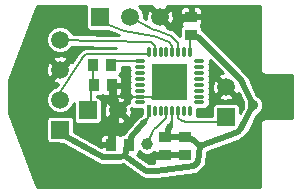
<source format=gtl>
G04 (created by PCBNEW (2013-07-07 BZR 4022)-stable) date 15/12/2014 22:10:53*
%MOIN*%
G04 Gerber Fmt 3.4, Leading zero omitted, Abs format*
%FSLAX34Y34*%
G01*
G70*
G90*
G04 APERTURE LIST*
%ADD10C,0.00590551*%
%ADD11C,0.0394*%
%ADD12R,0.035X0.04*%
%ADD13R,0.011811X0.0393701*%
%ADD14O,0.011811X0.0393701*%
%ADD15O,0.0393701X0.011811*%
%ADD16R,0.0393701X0.0393701*%
%ADD17R,0.0590551X0.0590551*%
%ADD18C,0.0590551*%
%ADD19R,0.04X0.035*%
%ADD20C,0.0354331*%
%ADD21C,0.019685*%
%ADD22C,0.00787402*%
%ADD23C,0.01*%
G04 APERTURE END LIST*
G54D10*
G54D11*
X45302Y-25586D03*
G54D12*
X44109Y-22935D03*
X43509Y-22935D03*
G54D13*
X45358Y-24492D03*
G54D14*
X45555Y-24492D03*
X45751Y-24492D03*
X45948Y-24492D03*
X46145Y-24492D03*
X46342Y-24492D03*
X46539Y-24492D03*
X46736Y-24492D03*
G54D15*
X47031Y-24197D03*
X47031Y-24000D03*
X47031Y-23803D03*
X47031Y-23606D03*
X47031Y-23409D03*
X47031Y-23212D03*
X47031Y-23015D03*
X47031Y-22819D03*
G54D14*
X46736Y-22523D03*
X46539Y-22523D03*
X46342Y-22523D03*
X46145Y-22523D03*
X45948Y-22523D03*
X45751Y-22523D03*
X45555Y-22523D03*
X45358Y-22523D03*
G54D15*
X45062Y-22819D03*
X45062Y-23015D03*
X45062Y-23212D03*
X45062Y-23409D03*
X45062Y-23606D03*
X45062Y-23803D03*
X45062Y-24000D03*
X45062Y-24197D03*
G54D16*
X46047Y-23508D03*
X46440Y-23508D03*
X45653Y-23508D03*
X45653Y-23114D03*
X46047Y-23114D03*
X46440Y-23114D03*
X45653Y-23901D03*
X46047Y-23901D03*
X46440Y-23901D03*
G54D12*
X43517Y-23628D03*
X44117Y-23628D03*
G54D17*
X42400Y-25100D03*
G54D18*
X42400Y-24100D03*
X42400Y-23100D03*
X42400Y-22100D03*
G54D17*
X43724Y-21349D03*
G54D18*
X44724Y-21349D03*
X45724Y-21349D03*
G54D17*
X47933Y-24673D03*
G54D18*
X47933Y-23673D03*
G54D19*
X45885Y-25333D03*
X45885Y-25933D03*
X46771Y-21934D03*
X46771Y-21334D03*
G54D12*
X44688Y-25605D03*
X44088Y-25605D03*
G54D19*
X46568Y-25333D03*
X46568Y-25933D03*
G54D17*
X43321Y-24463D03*
G54D18*
X44321Y-24463D03*
G54D20*
X48832Y-24284D03*
X46215Y-21637D03*
X45428Y-26082D03*
G54D21*
X44765Y-25364D02*
X45206Y-24848D01*
X44765Y-25405D02*
X44765Y-25364D01*
X44765Y-25503D02*
X44765Y-25405D01*
X44688Y-25605D02*
X44765Y-25503D01*
X44353Y-26021D02*
X44576Y-25982D01*
X44173Y-26021D02*
X44353Y-26021D01*
X43823Y-26021D02*
X44173Y-26021D01*
X42568Y-25313D02*
X43823Y-26021D01*
X42527Y-25313D02*
X42568Y-25313D01*
X42429Y-25313D02*
X42527Y-25313D01*
X42232Y-25116D02*
X42429Y-25313D01*
X44611Y-25706D02*
X44688Y-25605D01*
X44611Y-25805D02*
X44611Y-25706D01*
X44611Y-25845D02*
X44611Y-25805D01*
X44576Y-25982D02*
X44611Y-25845D01*
G54D22*
X45338Y-24705D02*
X45206Y-24848D01*
X45338Y-24689D02*
X45338Y-24705D01*
X45338Y-24649D02*
X45338Y-24689D01*
X45358Y-24492D02*
X45338Y-24649D01*
G54D21*
X46873Y-22011D02*
X46771Y-21934D01*
X46971Y-22011D02*
X46873Y-22011D01*
X47012Y-22011D02*
X46971Y-22011D01*
X47070Y-22069D02*
X47012Y-22011D01*
X48443Y-23458D02*
X47070Y-22069D01*
X48832Y-24284D02*
X48443Y-23458D01*
X48318Y-25185D02*
X47061Y-25647D01*
X48445Y-25058D02*
X48318Y-25185D01*
X48832Y-24284D02*
X48445Y-25058D01*
G54D22*
X46736Y-22385D02*
X46736Y-22523D01*
X46736Y-22109D02*
X46736Y-22385D01*
X46736Y-22070D02*
X46736Y-22109D01*
X46771Y-21934D02*
X46736Y-22070D01*
G54D21*
X45265Y-26475D02*
X44576Y-25982D01*
X45591Y-26475D02*
X45265Y-26475D01*
X46858Y-26324D02*
X45591Y-26475D01*
X46985Y-26197D02*
X46858Y-26324D01*
X47061Y-25647D02*
X46985Y-26197D01*
X46670Y-25409D02*
X46568Y-25333D01*
X46768Y-25409D02*
X46670Y-25409D01*
X46809Y-25409D02*
X46768Y-25409D01*
X47061Y-25647D02*
X46809Y-25409D01*
X45986Y-25333D02*
X45885Y-25333D01*
X46085Y-25333D02*
X45986Y-25333D01*
X46368Y-25333D02*
X46085Y-25333D01*
X46466Y-25333D02*
X46368Y-25333D01*
X46568Y-25333D02*
X46466Y-25333D01*
X45986Y-25117D02*
X46071Y-24980D01*
X45986Y-25158D02*
X45986Y-25117D01*
X45986Y-25256D02*
X45986Y-25158D01*
X45885Y-25333D02*
X45986Y-25256D01*
G54D22*
X46145Y-24793D02*
X46071Y-24980D01*
X46145Y-24630D02*
X46145Y-24793D01*
X46145Y-24492D02*
X46145Y-24630D01*
X45302Y-24744D02*
X45263Y-24867D01*
X45302Y-24744D02*
X45183Y-24794D01*
X46123Y-24849D02*
X46130Y-24977D01*
X46123Y-24849D02*
X46030Y-24938D01*
X43980Y-21605D02*
X43724Y-21349D01*
X44019Y-21605D02*
X43980Y-21605D01*
X44035Y-21605D02*
X44019Y-21605D01*
X44536Y-21802D02*
X44035Y-21605D01*
X45491Y-21985D02*
X44536Y-21802D01*
X45523Y-21985D02*
X45491Y-21985D01*
X46030Y-22189D02*
X45523Y-21985D01*
X46145Y-22304D02*
X46030Y-22189D01*
X46145Y-22385D02*
X46145Y-22304D01*
X46145Y-22523D02*
X46145Y-22385D01*
X45358Y-22577D02*
X45358Y-22523D01*
X43269Y-22577D02*
X45358Y-22577D01*
X43176Y-22669D02*
X43269Y-22577D01*
X42232Y-24116D02*
X43176Y-22669D01*
X45555Y-22385D02*
X45555Y-22523D01*
X45555Y-22304D02*
X45555Y-22385D01*
X45439Y-22189D02*
X45555Y-22304D01*
X42232Y-22116D02*
X45439Y-22189D01*
X45539Y-21795D02*
X44724Y-21349D01*
X45582Y-21795D02*
X45539Y-21795D01*
X46111Y-21992D02*
X45582Y-21795D01*
X46342Y-22222D02*
X46111Y-21992D01*
X46342Y-22385D02*
X46342Y-22222D01*
X46342Y-22523D02*
X46342Y-22385D01*
G54D21*
X44194Y-23729D02*
X44117Y-23628D01*
X44194Y-23828D02*
X44194Y-23729D01*
X44194Y-23868D02*
X44194Y-23828D01*
X44321Y-24463D02*
X44194Y-23868D01*
X44165Y-25364D02*
X44321Y-24463D01*
X44165Y-25405D02*
X44165Y-25364D01*
X44165Y-25503D02*
X44165Y-25405D01*
X44088Y-25605D02*
X44165Y-25503D01*
X46670Y-21411D02*
X46771Y-21334D01*
X46571Y-21411D02*
X46670Y-21411D01*
X46530Y-21411D02*
X46571Y-21411D01*
X46215Y-21637D02*
X46530Y-21411D01*
X46466Y-25933D02*
X46568Y-25933D01*
X46368Y-25933D02*
X46466Y-25933D01*
X46085Y-25933D02*
X46368Y-25933D01*
X45986Y-25933D02*
X46085Y-25933D01*
X45885Y-25933D02*
X45986Y-25933D01*
X45783Y-26009D02*
X45885Y-25933D01*
X45685Y-26009D02*
X45783Y-26009D01*
X45644Y-26009D02*
X45685Y-26009D01*
X45428Y-26082D02*
X45644Y-26009D01*
G54D22*
X44843Y-24000D02*
X44321Y-24463D01*
X44925Y-24000D02*
X44843Y-24000D01*
X45062Y-24000D02*
X44925Y-24000D01*
X45466Y-24038D02*
X45653Y-23901D01*
X45456Y-24000D02*
X45466Y-24038D01*
X45200Y-24000D02*
X45456Y-24000D01*
X45062Y-24000D02*
X45200Y-24000D01*
X47677Y-24846D02*
X47933Y-24673D01*
X47638Y-24846D02*
X47677Y-24846D01*
X46646Y-24846D02*
X47638Y-24846D01*
X46457Y-24826D02*
X46646Y-24846D01*
X46342Y-24711D02*
X46457Y-24826D01*
X46342Y-24630D02*
X46342Y-24711D01*
X46342Y-24492D02*
X46342Y-24630D01*
X44925Y-22819D02*
X45062Y-22819D01*
X44284Y-22819D02*
X44925Y-22819D01*
X44245Y-22819D02*
X44284Y-22819D01*
X44109Y-22935D02*
X44245Y-22819D01*
X43419Y-23788D02*
X43517Y-23628D01*
X43419Y-23828D02*
X43419Y-23788D01*
X43419Y-24167D02*
X43419Y-23828D01*
X43419Y-24207D02*
X43419Y-24167D01*
X43321Y-24463D02*
X43419Y-24207D01*
X43513Y-23467D02*
X43517Y-23628D01*
X43513Y-23428D02*
X43513Y-23467D01*
X43513Y-23135D02*
X43513Y-23428D01*
X43513Y-23095D02*
X43513Y-23135D01*
X43509Y-22935D02*
X43513Y-23095D01*
X45948Y-24630D02*
X45948Y-24492D01*
X45941Y-24708D02*
X45948Y-24630D01*
X45830Y-24819D02*
X45941Y-24708D01*
X45619Y-25000D02*
X45830Y-24819D01*
X45527Y-25092D02*
X45619Y-25000D01*
X45302Y-25586D02*
X45527Y-25092D01*
G54D10*
G36*
X45131Y-24591D02*
X45103Y-24603D01*
X45095Y-24608D01*
X45086Y-24611D01*
X45052Y-24637D01*
X45036Y-24648D01*
X45034Y-24652D01*
X45004Y-24675D01*
X44589Y-25159D01*
X44589Y-24799D01*
X44321Y-24531D01*
X44252Y-24600D01*
X44252Y-24463D01*
X43984Y-24194D01*
X43912Y-24226D01*
X43853Y-24400D01*
X43864Y-24584D01*
X43912Y-24700D01*
X43984Y-24731D01*
X44252Y-24463D01*
X44252Y-24600D01*
X44053Y-24799D01*
X44084Y-24871D01*
X44258Y-24931D01*
X44442Y-24919D01*
X44558Y-24871D01*
X44589Y-24799D01*
X44589Y-25159D01*
X44562Y-25190D01*
X44542Y-25227D01*
X44535Y-25236D01*
X44480Y-25236D01*
X44418Y-25262D01*
X44388Y-25292D01*
X44358Y-25262D01*
X44296Y-25236D01*
X44178Y-25237D01*
X44136Y-25279D01*
X44136Y-25556D01*
X44144Y-25556D01*
X44144Y-25653D01*
X44136Y-25653D01*
X44136Y-25661D01*
X44040Y-25661D01*
X44040Y-25653D01*
X44040Y-25556D01*
X44040Y-25279D01*
X43998Y-25237D01*
X43880Y-25236D01*
X43818Y-25262D01*
X43771Y-25309D01*
X43745Y-25371D01*
X43745Y-25438D01*
X43745Y-25514D01*
X43787Y-25556D01*
X44040Y-25556D01*
X44040Y-25653D01*
X43787Y-25653D01*
X43761Y-25679D01*
X42863Y-25173D01*
X42863Y-24804D01*
X42883Y-24853D01*
X42930Y-24900D01*
X42992Y-24926D01*
X43059Y-24926D01*
X43649Y-24926D01*
X43711Y-24901D01*
X43759Y-24853D01*
X43784Y-24792D01*
X43784Y-24725D01*
X43784Y-24134D01*
X43759Y-24072D01*
X43712Y-24025D01*
X43650Y-23999D01*
X43626Y-23999D01*
X43626Y-23996D01*
X43725Y-23996D01*
X43787Y-23970D01*
X43817Y-23940D01*
X43847Y-23970D01*
X43909Y-23996D01*
X44027Y-23996D01*
X44069Y-23954D01*
X44069Y-23676D01*
X44061Y-23676D01*
X44061Y-23579D01*
X44069Y-23579D01*
X44069Y-23571D01*
X44165Y-23571D01*
X44165Y-23579D01*
X44418Y-23579D01*
X44460Y-23537D01*
X44460Y-23461D01*
X44460Y-23394D01*
X44434Y-23332D01*
X44387Y-23285D01*
X44374Y-23279D01*
X44379Y-23277D01*
X44426Y-23230D01*
X44452Y-23168D01*
X44452Y-23101D01*
X44452Y-23026D01*
X44692Y-23026D01*
X44708Y-23102D01*
X44715Y-23114D01*
X44708Y-23125D01*
X44690Y-23212D01*
X44708Y-23299D01*
X44715Y-23311D01*
X44708Y-23322D01*
X44690Y-23409D01*
X44708Y-23496D01*
X44715Y-23508D01*
X44708Y-23519D01*
X44690Y-23606D01*
X44708Y-23693D01*
X44715Y-23704D01*
X44708Y-23716D01*
X44690Y-23803D01*
X44708Y-23890D01*
X44718Y-23905D01*
X44707Y-23935D01*
X44742Y-23970D01*
X44767Y-23970D01*
X44811Y-24000D01*
X44767Y-24029D01*
X44742Y-24029D01*
X44707Y-24064D01*
X44718Y-24094D01*
X44708Y-24110D01*
X44690Y-24197D01*
X44693Y-24210D01*
X44658Y-24194D01*
X44589Y-24263D01*
X44589Y-24126D01*
X44558Y-24054D01*
X44460Y-24021D01*
X44460Y-23794D01*
X44460Y-23718D01*
X44418Y-23676D01*
X44165Y-23676D01*
X44165Y-23954D01*
X44207Y-23996D01*
X44325Y-23996D01*
X44387Y-23970D01*
X44434Y-23923D01*
X44460Y-23861D01*
X44460Y-23794D01*
X44460Y-24021D01*
X44384Y-23994D01*
X44200Y-24006D01*
X44084Y-24054D01*
X44053Y-24126D01*
X44321Y-24394D01*
X44589Y-24126D01*
X44589Y-24263D01*
X44389Y-24463D01*
X44658Y-24731D01*
X44730Y-24700D01*
X44789Y-24525D01*
X44779Y-24372D01*
X44831Y-24406D01*
X44918Y-24424D01*
X45131Y-24424D01*
X45131Y-24591D01*
X45131Y-24591D01*
G37*
G54D23*
X45131Y-24591D02*
X45103Y-24603D01*
X45095Y-24608D01*
X45086Y-24611D01*
X45052Y-24637D01*
X45036Y-24648D01*
X45034Y-24652D01*
X45004Y-24675D01*
X44589Y-25159D01*
X44589Y-24799D01*
X44321Y-24531D01*
X44252Y-24600D01*
X44252Y-24463D01*
X43984Y-24194D01*
X43912Y-24226D01*
X43853Y-24400D01*
X43864Y-24584D01*
X43912Y-24700D01*
X43984Y-24731D01*
X44252Y-24463D01*
X44252Y-24600D01*
X44053Y-24799D01*
X44084Y-24871D01*
X44258Y-24931D01*
X44442Y-24919D01*
X44558Y-24871D01*
X44589Y-24799D01*
X44589Y-25159D01*
X44562Y-25190D01*
X44542Y-25227D01*
X44535Y-25236D01*
X44480Y-25236D01*
X44418Y-25262D01*
X44388Y-25292D01*
X44358Y-25262D01*
X44296Y-25236D01*
X44178Y-25237D01*
X44136Y-25279D01*
X44136Y-25556D01*
X44144Y-25556D01*
X44144Y-25653D01*
X44136Y-25653D01*
X44136Y-25661D01*
X44040Y-25661D01*
X44040Y-25653D01*
X44040Y-25556D01*
X44040Y-25279D01*
X43998Y-25237D01*
X43880Y-25236D01*
X43818Y-25262D01*
X43771Y-25309D01*
X43745Y-25371D01*
X43745Y-25438D01*
X43745Y-25514D01*
X43787Y-25556D01*
X44040Y-25556D01*
X44040Y-25653D01*
X43787Y-25653D01*
X43761Y-25679D01*
X42863Y-25173D01*
X42863Y-24804D01*
X42883Y-24853D01*
X42930Y-24900D01*
X42992Y-24926D01*
X43059Y-24926D01*
X43649Y-24926D01*
X43711Y-24901D01*
X43759Y-24853D01*
X43784Y-24792D01*
X43784Y-24725D01*
X43784Y-24134D01*
X43759Y-24072D01*
X43712Y-24025D01*
X43650Y-23999D01*
X43626Y-23999D01*
X43626Y-23996D01*
X43725Y-23996D01*
X43787Y-23970D01*
X43817Y-23940D01*
X43847Y-23970D01*
X43909Y-23996D01*
X44027Y-23996D01*
X44069Y-23954D01*
X44069Y-23676D01*
X44061Y-23676D01*
X44061Y-23579D01*
X44069Y-23579D01*
X44069Y-23571D01*
X44165Y-23571D01*
X44165Y-23579D01*
X44418Y-23579D01*
X44460Y-23537D01*
X44460Y-23461D01*
X44460Y-23394D01*
X44434Y-23332D01*
X44387Y-23285D01*
X44374Y-23279D01*
X44379Y-23277D01*
X44426Y-23230D01*
X44452Y-23168D01*
X44452Y-23101D01*
X44452Y-23026D01*
X44692Y-23026D01*
X44708Y-23102D01*
X44715Y-23114D01*
X44708Y-23125D01*
X44690Y-23212D01*
X44708Y-23299D01*
X44715Y-23311D01*
X44708Y-23322D01*
X44690Y-23409D01*
X44708Y-23496D01*
X44715Y-23508D01*
X44708Y-23519D01*
X44690Y-23606D01*
X44708Y-23693D01*
X44715Y-23704D01*
X44708Y-23716D01*
X44690Y-23803D01*
X44708Y-23890D01*
X44718Y-23905D01*
X44707Y-23935D01*
X44742Y-23970D01*
X44767Y-23970D01*
X44811Y-24000D01*
X44767Y-24029D01*
X44742Y-24029D01*
X44707Y-24064D01*
X44718Y-24094D01*
X44708Y-24110D01*
X44690Y-24197D01*
X44693Y-24210D01*
X44658Y-24194D01*
X44589Y-24263D01*
X44589Y-24126D01*
X44558Y-24054D01*
X44460Y-24021D01*
X44460Y-23794D01*
X44460Y-23718D01*
X44418Y-23676D01*
X44165Y-23676D01*
X44165Y-23954D01*
X44207Y-23996D01*
X44325Y-23996D01*
X44387Y-23970D01*
X44434Y-23923D01*
X44460Y-23861D01*
X44460Y-23794D01*
X44460Y-24021D01*
X44384Y-23994D01*
X44200Y-24006D01*
X44084Y-24054D01*
X44053Y-24126D01*
X44321Y-24394D01*
X44589Y-24126D01*
X44589Y-24263D01*
X44389Y-24463D01*
X44658Y-24731D01*
X44730Y-24700D01*
X44789Y-24525D01*
X44779Y-24372D01*
X44831Y-24406D01*
X44918Y-24424D01*
X45131Y-24424D01*
X45131Y-24591D01*
G54D10*
G36*
X46497Y-23950D02*
X46489Y-23950D01*
X46489Y-23958D01*
X46412Y-23958D01*
X46412Y-23738D01*
X46412Y-23704D01*
X46412Y-23671D01*
X46412Y-23344D01*
X46412Y-23311D01*
X46412Y-23277D01*
X46412Y-23204D01*
X46392Y-23185D01*
X46392Y-23162D01*
X46370Y-23162D01*
X46350Y-23143D01*
X46277Y-23143D01*
X46277Y-23143D01*
X46244Y-23143D01*
X46210Y-23143D01*
X46210Y-23143D01*
X46137Y-23143D01*
X46118Y-23162D01*
X46095Y-23162D01*
X46095Y-23185D01*
X46075Y-23204D01*
X46075Y-23277D01*
X46075Y-23311D01*
X46075Y-23344D01*
X46075Y-23417D01*
X46095Y-23437D01*
X46095Y-23459D01*
X46118Y-23459D01*
X46137Y-23479D01*
X46210Y-23479D01*
X46210Y-23479D01*
X46244Y-23479D01*
X46277Y-23479D01*
X46277Y-23479D01*
X46350Y-23479D01*
X46370Y-23459D01*
X46392Y-23459D01*
X46392Y-23437D01*
X46412Y-23417D01*
X46412Y-23344D01*
X46412Y-23671D01*
X46412Y-23598D01*
X46392Y-23578D01*
X46392Y-23556D01*
X46370Y-23556D01*
X46350Y-23536D01*
X46277Y-23536D01*
X46277Y-23536D01*
X46244Y-23536D01*
X46210Y-23536D01*
X46210Y-23536D01*
X46137Y-23536D01*
X46118Y-23556D01*
X46095Y-23556D01*
X46095Y-23578D01*
X46075Y-23598D01*
X46075Y-23671D01*
X46075Y-23704D01*
X46075Y-23738D01*
X46075Y-23811D01*
X46095Y-23830D01*
X46095Y-23853D01*
X46118Y-23853D01*
X46137Y-23872D01*
X46210Y-23873D01*
X46210Y-23873D01*
X46244Y-23873D01*
X46277Y-23873D01*
X46277Y-23873D01*
X46350Y-23872D01*
X46370Y-23853D01*
X46392Y-23853D01*
X46392Y-23830D01*
X46412Y-23811D01*
X46412Y-23738D01*
X46412Y-23958D01*
X46392Y-23958D01*
X46392Y-23950D01*
X46370Y-23950D01*
X46118Y-23950D01*
X46095Y-23950D01*
X46095Y-23958D01*
X46018Y-23958D01*
X46018Y-23738D01*
X46018Y-23704D01*
X46018Y-23671D01*
X46018Y-23344D01*
X46018Y-23311D01*
X46018Y-23277D01*
X46018Y-23204D01*
X45998Y-23185D01*
X45998Y-23162D01*
X45976Y-23162D01*
X45956Y-23143D01*
X45883Y-23143D01*
X45883Y-23143D01*
X45850Y-23143D01*
X45817Y-23143D01*
X45817Y-23143D01*
X45743Y-23143D01*
X45724Y-23162D01*
X45701Y-23162D01*
X45701Y-23185D01*
X45682Y-23204D01*
X45682Y-23277D01*
X45682Y-23311D01*
X45682Y-23344D01*
X45682Y-23417D01*
X45701Y-23437D01*
X45701Y-23459D01*
X45724Y-23459D01*
X45743Y-23479D01*
X45817Y-23479D01*
X45817Y-23479D01*
X45850Y-23479D01*
X45883Y-23479D01*
X45883Y-23479D01*
X45956Y-23479D01*
X45976Y-23459D01*
X45998Y-23459D01*
X45998Y-23437D01*
X46018Y-23417D01*
X46018Y-23344D01*
X46018Y-23671D01*
X46018Y-23598D01*
X45998Y-23578D01*
X45998Y-23556D01*
X45976Y-23556D01*
X45956Y-23536D01*
X45883Y-23536D01*
X45883Y-23536D01*
X45850Y-23536D01*
X45817Y-23536D01*
X45817Y-23536D01*
X45743Y-23536D01*
X45724Y-23556D01*
X45701Y-23556D01*
X45701Y-23578D01*
X45682Y-23598D01*
X45682Y-23671D01*
X45682Y-23704D01*
X45682Y-23738D01*
X45682Y-23811D01*
X45701Y-23830D01*
X45701Y-23853D01*
X45724Y-23853D01*
X45743Y-23872D01*
X45817Y-23873D01*
X45817Y-23873D01*
X45850Y-23873D01*
X45883Y-23873D01*
X45883Y-23873D01*
X45956Y-23872D01*
X45976Y-23853D01*
X45998Y-23853D01*
X45998Y-23830D01*
X46018Y-23811D01*
X46018Y-23738D01*
X46018Y-23958D01*
X45998Y-23958D01*
X45998Y-23950D01*
X45976Y-23950D01*
X45724Y-23950D01*
X45701Y-23950D01*
X45701Y-23958D01*
X45605Y-23958D01*
X45605Y-23950D01*
X45597Y-23950D01*
X45597Y-23853D01*
X45605Y-23853D01*
X45605Y-23830D01*
X45605Y-23578D01*
X45605Y-23556D01*
X45597Y-23556D01*
X45597Y-23459D01*
X45605Y-23459D01*
X45605Y-23437D01*
X45605Y-23185D01*
X45605Y-23162D01*
X45597Y-23162D01*
X45597Y-23065D01*
X45605Y-23065D01*
X45605Y-23058D01*
X45701Y-23058D01*
X45701Y-23065D01*
X45724Y-23065D01*
X45976Y-23065D01*
X45998Y-23065D01*
X45998Y-23058D01*
X46095Y-23058D01*
X46095Y-23065D01*
X46118Y-23065D01*
X46370Y-23065D01*
X46392Y-23065D01*
X46392Y-23058D01*
X46489Y-23058D01*
X46489Y-23065D01*
X46497Y-23065D01*
X46497Y-23162D01*
X46489Y-23162D01*
X46489Y-23185D01*
X46489Y-23437D01*
X46489Y-23459D01*
X46497Y-23459D01*
X46497Y-23556D01*
X46489Y-23556D01*
X46489Y-23578D01*
X46489Y-23830D01*
X46489Y-23853D01*
X46497Y-23853D01*
X46497Y-23950D01*
X46497Y-23950D01*
G37*
G54D23*
X46497Y-23950D02*
X46489Y-23950D01*
X46489Y-23958D01*
X46412Y-23958D01*
X46412Y-23738D01*
X46412Y-23704D01*
X46412Y-23671D01*
X46412Y-23344D01*
X46412Y-23311D01*
X46412Y-23277D01*
X46412Y-23204D01*
X46392Y-23185D01*
X46392Y-23162D01*
X46370Y-23162D01*
X46350Y-23143D01*
X46277Y-23143D01*
X46277Y-23143D01*
X46244Y-23143D01*
X46210Y-23143D01*
X46210Y-23143D01*
X46137Y-23143D01*
X46118Y-23162D01*
X46095Y-23162D01*
X46095Y-23185D01*
X46075Y-23204D01*
X46075Y-23277D01*
X46075Y-23311D01*
X46075Y-23344D01*
X46075Y-23417D01*
X46095Y-23437D01*
X46095Y-23459D01*
X46118Y-23459D01*
X46137Y-23479D01*
X46210Y-23479D01*
X46210Y-23479D01*
X46244Y-23479D01*
X46277Y-23479D01*
X46277Y-23479D01*
X46350Y-23479D01*
X46370Y-23459D01*
X46392Y-23459D01*
X46392Y-23437D01*
X46412Y-23417D01*
X46412Y-23344D01*
X46412Y-23671D01*
X46412Y-23598D01*
X46392Y-23578D01*
X46392Y-23556D01*
X46370Y-23556D01*
X46350Y-23536D01*
X46277Y-23536D01*
X46277Y-23536D01*
X46244Y-23536D01*
X46210Y-23536D01*
X46210Y-23536D01*
X46137Y-23536D01*
X46118Y-23556D01*
X46095Y-23556D01*
X46095Y-23578D01*
X46075Y-23598D01*
X46075Y-23671D01*
X46075Y-23704D01*
X46075Y-23738D01*
X46075Y-23811D01*
X46095Y-23830D01*
X46095Y-23853D01*
X46118Y-23853D01*
X46137Y-23872D01*
X46210Y-23873D01*
X46210Y-23873D01*
X46244Y-23873D01*
X46277Y-23873D01*
X46277Y-23873D01*
X46350Y-23872D01*
X46370Y-23853D01*
X46392Y-23853D01*
X46392Y-23830D01*
X46412Y-23811D01*
X46412Y-23738D01*
X46412Y-23958D01*
X46392Y-23958D01*
X46392Y-23950D01*
X46370Y-23950D01*
X46118Y-23950D01*
X46095Y-23950D01*
X46095Y-23958D01*
X46018Y-23958D01*
X46018Y-23738D01*
X46018Y-23704D01*
X46018Y-23671D01*
X46018Y-23344D01*
X46018Y-23311D01*
X46018Y-23277D01*
X46018Y-23204D01*
X45998Y-23185D01*
X45998Y-23162D01*
X45976Y-23162D01*
X45956Y-23143D01*
X45883Y-23143D01*
X45883Y-23143D01*
X45850Y-23143D01*
X45817Y-23143D01*
X45817Y-23143D01*
X45743Y-23143D01*
X45724Y-23162D01*
X45701Y-23162D01*
X45701Y-23185D01*
X45682Y-23204D01*
X45682Y-23277D01*
X45682Y-23311D01*
X45682Y-23344D01*
X45682Y-23417D01*
X45701Y-23437D01*
X45701Y-23459D01*
X45724Y-23459D01*
X45743Y-23479D01*
X45817Y-23479D01*
X45817Y-23479D01*
X45850Y-23479D01*
X45883Y-23479D01*
X45883Y-23479D01*
X45956Y-23479D01*
X45976Y-23459D01*
X45998Y-23459D01*
X45998Y-23437D01*
X46018Y-23417D01*
X46018Y-23344D01*
X46018Y-23671D01*
X46018Y-23598D01*
X45998Y-23578D01*
X45998Y-23556D01*
X45976Y-23556D01*
X45956Y-23536D01*
X45883Y-23536D01*
X45883Y-23536D01*
X45850Y-23536D01*
X45817Y-23536D01*
X45817Y-23536D01*
X45743Y-23536D01*
X45724Y-23556D01*
X45701Y-23556D01*
X45701Y-23578D01*
X45682Y-23598D01*
X45682Y-23671D01*
X45682Y-23704D01*
X45682Y-23738D01*
X45682Y-23811D01*
X45701Y-23830D01*
X45701Y-23853D01*
X45724Y-23853D01*
X45743Y-23872D01*
X45817Y-23873D01*
X45817Y-23873D01*
X45850Y-23873D01*
X45883Y-23873D01*
X45883Y-23873D01*
X45956Y-23872D01*
X45976Y-23853D01*
X45998Y-23853D01*
X45998Y-23830D01*
X46018Y-23811D01*
X46018Y-23738D01*
X46018Y-23958D01*
X45998Y-23958D01*
X45998Y-23950D01*
X45976Y-23950D01*
X45724Y-23950D01*
X45701Y-23950D01*
X45701Y-23958D01*
X45605Y-23958D01*
X45605Y-23950D01*
X45597Y-23950D01*
X45597Y-23853D01*
X45605Y-23853D01*
X45605Y-23830D01*
X45605Y-23578D01*
X45605Y-23556D01*
X45597Y-23556D01*
X45597Y-23459D01*
X45605Y-23459D01*
X45605Y-23437D01*
X45605Y-23185D01*
X45605Y-23162D01*
X45597Y-23162D01*
X45597Y-23065D01*
X45605Y-23065D01*
X45605Y-23058D01*
X45701Y-23058D01*
X45701Y-23065D01*
X45724Y-23065D01*
X45976Y-23065D01*
X45998Y-23065D01*
X45998Y-23058D01*
X46095Y-23058D01*
X46095Y-23065D01*
X46118Y-23065D01*
X46370Y-23065D01*
X46392Y-23065D01*
X46392Y-23058D01*
X46489Y-23058D01*
X46489Y-23065D01*
X46497Y-23065D01*
X46497Y-23162D01*
X46489Y-23162D01*
X46489Y-23185D01*
X46489Y-23437D01*
X46489Y-23459D01*
X46497Y-23459D01*
X46497Y-23556D01*
X46489Y-23556D01*
X46489Y-23578D01*
X46489Y-23830D01*
X46489Y-23853D01*
X46497Y-23853D01*
X46497Y-23950D01*
G54D10*
G36*
X46624Y-25981D02*
X46616Y-25981D01*
X46616Y-25989D01*
X46520Y-25989D01*
X46520Y-25981D01*
X46242Y-25981D01*
X46226Y-25997D01*
X46211Y-25981D01*
X45933Y-25981D01*
X45933Y-25989D01*
X45836Y-25989D01*
X45836Y-25981D01*
X45558Y-25981D01*
X45516Y-26023D01*
X45516Y-26141D01*
X45542Y-26203D01*
X45548Y-26209D01*
X45351Y-26209D01*
X44970Y-25936D01*
X45005Y-25900D01*
X45031Y-25838D01*
X45031Y-25831D01*
X45095Y-25895D01*
X45229Y-25951D01*
X45374Y-25951D01*
X45508Y-25895D01*
X45539Y-25865D01*
X45558Y-25884D01*
X45836Y-25884D01*
X45836Y-25876D01*
X45933Y-25876D01*
X45933Y-25884D01*
X46211Y-25884D01*
X46226Y-25869D01*
X46242Y-25884D01*
X46520Y-25884D01*
X46520Y-25876D01*
X46616Y-25876D01*
X46616Y-25884D01*
X46624Y-25884D01*
X46624Y-25981D01*
X46624Y-25981D01*
G37*
G54D23*
X46624Y-25981D02*
X46616Y-25981D01*
X46616Y-25989D01*
X46520Y-25989D01*
X46520Y-25981D01*
X46242Y-25981D01*
X46226Y-25997D01*
X46211Y-25981D01*
X45933Y-25981D01*
X45933Y-25989D01*
X45836Y-25989D01*
X45836Y-25981D01*
X45558Y-25981D01*
X45516Y-26023D01*
X45516Y-26141D01*
X45542Y-26203D01*
X45548Y-26209D01*
X45351Y-26209D01*
X44970Y-25936D01*
X45005Y-25900D01*
X45031Y-25838D01*
X45031Y-25831D01*
X45095Y-25895D01*
X45229Y-25951D01*
X45374Y-25951D01*
X45508Y-25895D01*
X45539Y-25865D01*
X45558Y-25884D01*
X45836Y-25884D01*
X45836Y-25876D01*
X45933Y-25876D01*
X45933Y-25884D01*
X46211Y-25884D01*
X46226Y-25869D01*
X46242Y-25884D01*
X46520Y-25884D01*
X46520Y-25876D01*
X46616Y-25876D01*
X46616Y-25884D01*
X46624Y-25884D01*
X46624Y-25981D01*
G54D10*
G36*
X48495Y-24195D02*
X48486Y-24215D01*
X48486Y-24352D01*
X48492Y-24366D01*
X48397Y-24558D01*
X48397Y-24344D01*
X48371Y-24282D01*
X48324Y-24235D01*
X48262Y-24209D01*
X48202Y-24209D01*
X48202Y-24009D01*
X47933Y-23741D01*
X47865Y-23810D01*
X47865Y-23673D01*
X47597Y-23405D01*
X47525Y-23436D01*
X47465Y-23610D01*
X47477Y-23794D01*
X47525Y-23910D01*
X47597Y-23941D01*
X47865Y-23673D01*
X47865Y-23810D01*
X47665Y-24009D01*
X47696Y-24081D01*
X47871Y-24141D01*
X48055Y-24129D01*
X48170Y-24081D01*
X48202Y-24009D01*
X48202Y-24209D01*
X48195Y-24209D01*
X47605Y-24209D01*
X47543Y-24235D01*
X47496Y-24282D01*
X47470Y-24344D01*
X47470Y-24411D01*
X47470Y-24639D01*
X46962Y-24639D01*
X46963Y-24637D01*
X46963Y-24424D01*
X47176Y-24424D01*
X47263Y-24406D01*
X47337Y-24357D01*
X47386Y-24283D01*
X47403Y-24197D01*
X47386Y-24110D01*
X47378Y-24098D01*
X47386Y-24087D01*
X47403Y-24000D01*
X47386Y-23913D01*
X47378Y-23901D01*
X47386Y-23890D01*
X47403Y-23803D01*
X47386Y-23716D01*
X47378Y-23704D01*
X47386Y-23693D01*
X47403Y-23606D01*
X47386Y-23519D01*
X47378Y-23508D01*
X47386Y-23496D01*
X47403Y-23409D01*
X47386Y-23322D01*
X47378Y-23311D01*
X47386Y-23299D01*
X47403Y-23212D01*
X47386Y-23125D01*
X47378Y-23114D01*
X47386Y-23102D01*
X47403Y-23015D01*
X47386Y-22928D01*
X47378Y-22917D01*
X47386Y-22905D01*
X47403Y-22819D01*
X47395Y-22776D01*
X47829Y-23215D01*
X47812Y-23216D01*
X47696Y-23264D01*
X47665Y-23336D01*
X47933Y-23604D01*
X47939Y-23599D01*
X48007Y-23667D01*
X48002Y-23673D01*
X48270Y-23941D01*
X48342Y-23910D01*
X48350Y-23887D01*
X48495Y-24195D01*
X48495Y-24195D01*
G37*
G54D23*
X48495Y-24195D02*
X48486Y-24215D01*
X48486Y-24352D01*
X48492Y-24366D01*
X48397Y-24558D01*
X48397Y-24344D01*
X48371Y-24282D01*
X48324Y-24235D01*
X48262Y-24209D01*
X48202Y-24209D01*
X48202Y-24009D01*
X47933Y-23741D01*
X47865Y-23810D01*
X47865Y-23673D01*
X47597Y-23405D01*
X47525Y-23436D01*
X47465Y-23610D01*
X47477Y-23794D01*
X47525Y-23910D01*
X47597Y-23941D01*
X47865Y-23673D01*
X47865Y-23810D01*
X47665Y-24009D01*
X47696Y-24081D01*
X47871Y-24141D01*
X48055Y-24129D01*
X48170Y-24081D01*
X48202Y-24009D01*
X48202Y-24209D01*
X48195Y-24209D01*
X47605Y-24209D01*
X47543Y-24235D01*
X47496Y-24282D01*
X47470Y-24344D01*
X47470Y-24411D01*
X47470Y-24639D01*
X46962Y-24639D01*
X46963Y-24637D01*
X46963Y-24424D01*
X47176Y-24424D01*
X47263Y-24406D01*
X47337Y-24357D01*
X47386Y-24283D01*
X47403Y-24197D01*
X47386Y-24110D01*
X47378Y-24098D01*
X47386Y-24087D01*
X47403Y-24000D01*
X47386Y-23913D01*
X47378Y-23901D01*
X47386Y-23890D01*
X47403Y-23803D01*
X47386Y-23716D01*
X47378Y-23704D01*
X47386Y-23693D01*
X47403Y-23606D01*
X47386Y-23519D01*
X47378Y-23508D01*
X47386Y-23496D01*
X47403Y-23409D01*
X47386Y-23322D01*
X47378Y-23311D01*
X47386Y-23299D01*
X47403Y-23212D01*
X47386Y-23125D01*
X47378Y-23114D01*
X47386Y-23102D01*
X47403Y-23015D01*
X47386Y-22928D01*
X47378Y-22917D01*
X47386Y-22905D01*
X47403Y-22819D01*
X47395Y-22776D01*
X47829Y-23215D01*
X47812Y-23216D01*
X47696Y-23264D01*
X47665Y-23336D01*
X47933Y-23604D01*
X47939Y-23599D01*
X48007Y-23667D01*
X48002Y-23673D01*
X48270Y-23941D01*
X48342Y-23910D01*
X48350Y-23887D01*
X48495Y-24195D01*
G54D10*
G36*
X50132Y-24732D02*
X49240Y-24732D01*
X49168Y-24746D01*
X49107Y-24787D01*
X49066Y-24848D01*
X49052Y-24920D01*
X49052Y-27012D01*
X41627Y-27012D01*
X40687Y-24565D01*
X40687Y-23434D01*
X41627Y-20987D01*
X43274Y-20987D01*
X43261Y-21020D01*
X43260Y-21087D01*
X43260Y-21678D01*
X43286Y-21740D01*
X43333Y-21787D01*
X43395Y-21813D01*
X43462Y-21813D01*
X43996Y-21813D01*
X44363Y-21957D01*
X42828Y-21922D01*
X42793Y-21837D01*
X42662Y-21707D01*
X42492Y-21636D01*
X42308Y-21636D01*
X42137Y-21706D01*
X42007Y-21837D01*
X41936Y-22007D01*
X41936Y-22191D01*
X42006Y-22362D01*
X42137Y-22492D01*
X42307Y-22563D01*
X42491Y-22563D01*
X42662Y-22493D01*
X42792Y-22362D01*
X42803Y-22337D01*
X44252Y-22370D01*
X43269Y-22370D01*
X43189Y-22385D01*
X43167Y-22400D01*
X43122Y-22430D01*
X43030Y-22523D01*
X43021Y-22536D01*
X43002Y-22555D01*
X42803Y-22860D01*
X42736Y-22831D01*
X42668Y-22900D01*
X42668Y-22763D01*
X42637Y-22691D01*
X42462Y-22631D01*
X42278Y-22643D01*
X42162Y-22691D01*
X42131Y-22763D01*
X42400Y-23031D01*
X42668Y-22763D01*
X42668Y-22900D01*
X42468Y-23100D01*
X42474Y-23105D01*
X42405Y-23174D01*
X42400Y-23168D01*
X42331Y-23236D01*
X42331Y-23100D01*
X42063Y-22831D01*
X41991Y-22862D01*
X41931Y-23037D01*
X41943Y-23221D01*
X41991Y-23337D01*
X42063Y-23368D01*
X42331Y-23100D01*
X42331Y-23236D01*
X42131Y-23436D01*
X42162Y-23508D01*
X42337Y-23568D01*
X42342Y-23567D01*
X42293Y-23642D01*
X42137Y-23706D01*
X42007Y-23837D01*
X41936Y-24007D01*
X41936Y-24191D01*
X42006Y-24362D01*
X42137Y-24492D01*
X42307Y-24563D01*
X42491Y-24563D01*
X42662Y-24493D01*
X42792Y-24362D01*
X42858Y-24205D01*
X42858Y-24758D01*
X42837Y-24709D01*
X42790Y-24662D01*
X42728Y-24636D01*
X42661Y-24636D01*
X42071Y-24636D01*
X42009Y-24662D01*
X41962Y-24709D01*
X41936Y-24771D01*
X41936Y-24838D01*
X41936Y-25428D01*
X41962Y-25490D01*
X42009Y-25537D01*
X42071Y-25563D01*
X42138Y-25563D01*
X42345Y-25563D01*
X42345Y-25563D01*
X42429Y-25580D01*
X42429Y-25580D01*
X42498Y-25580D01*
X43693Y-26253D01*
X43706Y-26257D01*
X43721Y-26267D01*
X43762Y-26276D01*
X43792Y-26285D01*
X43805Y-26284D01*
X43823Y-26288D01*
X44173Y-26288D01*
X44353Y-26288D01*
X44376Y-26283D01*
X44399Y-26284D01*
X44512Y-26264D01*
X45110Y-26692D01*
X45135Y-26703D01*
X45163Y-26722D01*
X45187Y-26726D01*
X45205Y-26735D01*
X45233Y-26736D01*
X45265Y-26742D01*
X45591Y-26742D01*
X45607Y-26739D01*
X45623Y-26740D01*
X46889Y-26589D01*
X46926Y-26577D01*
X46960Y-26570D01*
X46972Y-26562D01*
X46988Y-26557D01*
X47017Y-26532D01*
X47046Y-26513D01*
X47173Y-26386D01*
X47192Y-26358D01*
X47214Y-26332D01*
X47221Y-26315D01*
X47231Y-26299D01*
X47237Y-26266D01*
X47249Y-26234D01*
X47303Y-25842D01*
X48410Y-25434D01*
X48414Y-25432D01*
X48420Y-25431D01*
X48469Y-25398D01*
X48499Y-25380D01*
X48501Y-25377D01*
X48507Y-25373D01*
X48634Y-25246D01*
X48657Y-25211D01*
X48684Y-25177D01*
X48971Y-24600D01*
X49027Y-24577D01*
X49124Y-24480D01*
X49177Y-24353D01*
X49177Y-24216D01*
X49124Y-24089D01*
X49027Y-23992D01*
X48979Y-23971D01*
X48691Y-23361D01*
X48691Y-23357D01*
X48687Y-23350D01*
X48684Y-23345D01*
X48674Y-23331D01*
X48633Y-23270D01*
X47259Y-21881D01*
X47258Y-21881D01*
X47258Y-21880D01*
X47200Y-21822D01*
X47139Y-21782D01*
X47139Y-21782D01*
X47139Y-21726D01*
X47114Y-21664D01*
X47084Y-21634D01*
X47114Y-21604D01*
X47139Y-21543D01*
X47139Y-21126D01*
X47114Y-21064D01*
X47067Y-21017D01*
X47005Y-20991D01*
X46938Y-20991D01*
X46862Y-20991D01*
X46820Y-21033D01*
X46820Y-21286D01*
X47097Y-21286D01*
X47139Y-21244D01*
X47139Y-21126D01*
X47139Y-21543D01*
X47139Y-21425D01*
X47097Y-21383D01*
X46820Y-21383D01*
X46820Y-21391D01*
X46723Y-21391D01*
X46723Y-21383D01*
X46723Y-21286D01*
X46723Y-21033D01*
X46681Y-20991D01*
X46604Y-20991D01*
X46538Y-20991D01*
X46476Y-21017D01*
X46429Y-21064D01*
X46403Y-21126D01*
X46403Y-21244D01*
X46445Y-21286D01*
X46723Y-21286D01*
X46723Y-21383D01*
X46445Y-21383D01*
X46403Y-21425D01*
X46403Y-21543D01*
X46429Y-21604D01*
X46458Y-21634D01*
X46429Y-21664D01*
X46403Y-21726D01*
X46403Y-21793D01*
X46403Y-21990D01*
X46258Y-21845D01*
X46254Y-21842D01*
X46252Y-21840D01*
X46231Y-21827D01*
X46192Y-21801D01*
X46192Y-21412D01*
X46181Y-21228D01*
X46133Y-21112D01*
X46061Y-21081D01*
X45792Y-21349D01*
X46061Y-21617D01*
X46133Y-21586D01*
X46192Y-21412D01*
X46192Y-21801D01*
X46191Y-21800D01*
X46186Y-21799D01*
X46184Y-21798D01*
X45977Y-21721D01*
X45992Y-21686D01*
X45724Y-21418D01*
X45718Y-21423D01*
X45650Y-21355D01*
X45655Y-21349D01*
X45387Y-21081D01*
X45315Y-21112D01*
X45256Y-21287D01*
X45263Y-21408D01*
X45187Y-21366D01*
X45187Y-21257D01*
X45117Y-21087D01*
X45017Y-20987D01*
X45467Y-20987D01*
X45456Y-21013D01*
X45724Y-21281D01*
X45992Y-21013D01*
X45981Y-20987D01*
X49052Y-20987D01*
X49052Y-23080D01*
X49066Y-23151D01*
X49107Y-23212D01*
X49168Y-23253D01*
X49240Y-23267D01*
X50132Y-23267D01*
X50132Y-24732D01*
X50132Y-24732D01*
G37*
G54D23*
X50132Y-24732D02*
X49240Y-24732D01*
X49168Y-24746D01*
X49107Y-24787D01*
X49066Y-24848D01*
X49052Y-24920D01*
X49052Y-27012D01*
X41627Y-27012D01*
X40687Y-24565D01*
X40687Y-23434D01*
X41627Y-20987D01*
X43274Y-20987D01*
X43261Y-21020D01*
X43260Y-21087D01*
X43260Y-21678D01*
X43286Y-21740D01*
X43333Y-21787D01*
X43395Y-21813D01*
X43462Y-21813D01*
X43996Y-21813D01*
X44363Y-21957D01*
X42828Y-21922D01*
X42793Y-21837D01*
X42662Y-21707D01*
X42492Y-21636D01*
X42308Y-21636D01*
X42137Y-21706D01*
X42007Y-21837D01*
X41936Y-22007D01*
X41936Y-22191D01*
X42006Y-22362D01*
X42137Y-22492D01*
X42307Y-22563D01*
X42491Y-22563D01*
X42662Y-22493D01*
X42792Y-22362D01*
X42803Y-22337D01*
X44252Y-22370D01*
X43269Y-22370D01*
X43189Y-22385D01*
X43167Y-22400D01*
X43122Y-22430D01*
X43030Y-22523D01*
X43021Y-22536D01*
X43002Y-22555D01*
X42803Y-22860D01*
X42736Y-22831D01*
X42668Y-22900D01*
X42668Y-22763D01*
X42637Y-22691D01*
X42462Y-22631D01*
X42278Y-22643D01*
X42162Y-22691D01*
X42131Y-22763D01*
X42400Y-23031D01*
X42668Y-22763D01*
X42668Y-22900D01*
X42468Y-23100D01*
X42474Y-23105D01*
X42405Y-23174D01*
X42400Y-23168D01*
X42331Y-23236D01*
X42331Y-23100D01*
X42063Y-22831D01*
X41991Y-22862D01*
X41931Y-23037D01*
X41943Y-23221D01*
X41991Y-23337D01*
X42063Y-23368D01*
X42331Y-23100D01*
X42331Y-23236D01*
X42131Y-23436D01*
X42162Y-23508D01*
X42337Y-23568D01*
X42342Y-23567D01*
X42293Y-23642D01*
X42137Y-23706D01*
X42007Y-23837D01*
X41936Y-24007D01*
X41936Y-24191D01*
X42006Y-24362D01*
X42137Y-24492D01*
X42307Y-24563D01*
X42491Y-24563D01*
X42662Y-24493D01*
X42792Y-24362D01*
X42858Y-24205D01*
X42858Y-24758D01*
X42837Y-24709D01*
X42790Y-24662D01*
X42728Y-24636D01*
X42661Y-24636D01*
X42071Y-24636D01*
X42009Y-24662D01*
X41962Y-24709D01*
X41936Y-24771D01*
X41936Y-24838D01*
X41936Y-25428D01*
X41962Y-25490D01*
X42009Y-25537D01*
X42071Y-25563D01*
X42138Y-25563D01*
X42345Y-25563D01*
X42345Y-25563D01*
X42429Y-25580D01*
X42429Y-25580D01*
X42498Y-25580D01*
X43693Y-26253D01*
X43706Y-26257D01*
X43721Y-26267D01*
X43762Y-26276D01*
X43792Y-26285D01*
X43805Y-26284D01*
X43823Y-26288D01*
X44173Y-26288D01*
X44353Y-26288D01*
X44376Y-26283D01*
X44399Y-26284D01*
X44512Y-26264D01*
X45110Y-26692D01*
X45135Y-26703D01*
X45163Y-26722D01*
X45187Y-26726D01*
X45205Y-26735D01*
X45233Y-26736D01*
X45265Y-26742D01*
X45591Y-26742D01*
X45607Y-26739D01*
X45623Y-26740D01*
X46889Y-26589D01*
X46926Y-26577D01*
X46960Y-26570D01*
X46972Y-26562D01*
X46988Y-26557D01*
X47017Y-26532D01*
X47046Y-26513D01*
X47173Y-26386D01*
X47192Y-26358D01*
X47214Y-26332D01*
X47221Y-26315D01*
X47231Y-26299D01*
X47237Y-26266D01*
X47249Y-26234D01*
X47303Y-25842D01*
X48410Y-25434D01*
X48414Y-25432D01*
X48420Y-25431D01*
X48469Y-25398D01*
X48499Y-25380D01*
X48501Y-25377D01*
X48507Y-25373D01*
X48634Y-25246D01*
X48657Y-25211D01*
X48684Y-25177D01*
X48971Y-24600D01*
X49027Y-24577D01*
X49124Y-24480D01*
X49177Y-24353D01*
X49177Y-24216D01*
X49124Y-24089D01*
X49027Y-23992D01*
X48979Y-23971D01*
X48691Y-23361D01*
X48691Y-23357D01*
X48687Y-23350D01*
X48684Y-23345D01*
X48674Y-23331D01*
X48633Y-23270D01*
X47259Y-21881D01*
X47258Y-21881D01*
X47258Y-21880D01*
X47200Y-21822D01*
X47139Y-21782D01*
X47139Y-21782D01*
X47139Y-21726D01*
X47114Y-21664D01*
X47084Y-21634D01*
X47114Y-21604D01*
X47139Y-21543D01*
X47139Y-21126D01*
X47114Y-21064D01*
X47067Y-21017D01*
X47005Y-20991D01*
X46938Y-20991D01*
X46862Y-20991D01*
X46820Y-21033D01*
X46820Y-21286D01*
X47097Y-21286D01*
X47139Y-21244D01*
X47139Y-21126D01*
X47139Y-21543D01*
X47139Y-21425D01*
X47097Y-21383D01*
X46820Y-21383D01*
X46820Y-21391D01*
X46723Y-21391D01*
X46723Y-21383D01*
X46723Y-21286D01*
X46723Y-21033D01*
X46681Y-20991D01*
X46604Y-20991D01*
X46538Y-20991D01*
X46476Y-21017D01*
X46429Y-21064D01*
X46403Y-21126D01*
X46403Y-21244D01*
X46445Y-21286D01*
X46723Y-21286D01*
X46723Y-21383D01*
X46445Y-21383D01*
X46403Y-21425D01*
X46403Y-21543D01*
X46429Y-21604D01*
X46458Y-21634D01*
X46429Y-21664D01*
X46403Y-21726D01*
X46403Y-21793D01*
X46403Y-21990D01*
X46258Y-21845D01*
X46254Y-21842D01*
X46252Y-21840D01*
X46231Y-21827D01*
X46192Y-21801D01*
X46192Y-21412D01*
X46181Y-21228D01*
X46133Y-21112D01*
X46061Y-21081D01*
X45792Y-21349D01*
X46061Y-21617D01*
X46133Y-21586D01*
X46192Y-21412D01*
X46192Y-21801D01*
X46191Y-21800D01*
X46186Y-21799D01*
X46184Y-21798D01*
X45977Y-21721D01*
X45992Y-21686D01*
X45724Y-21418D01*
X45718Y-21423D01*
X45650Y-21355D01*
X45655Y-21349D01*
X45387Y-21081D01*
X45315Y-21112D01*
X45256Y-21287D01*
X45263Y-21408D01*
X45187Y-21366D01*
X45187Y-21257D01*
X45117Y-21087D01*
X45017Y-20987D01*
X45467Y-20987D01*
X45456Y-21013D01*
X45724Y-21281D01*
X45992Y-21013D01*
X45981Y-20987D01*
X49052Y-20987D01*
X49052Y-23080D01*
X49066Y-23151D01*
X49107Y-23212D01*
X49168Y-23253D01*
X49240Y-23267D01*
X50132Y-23267D01*
X50132Y-24732D01*
M02*

</source>
